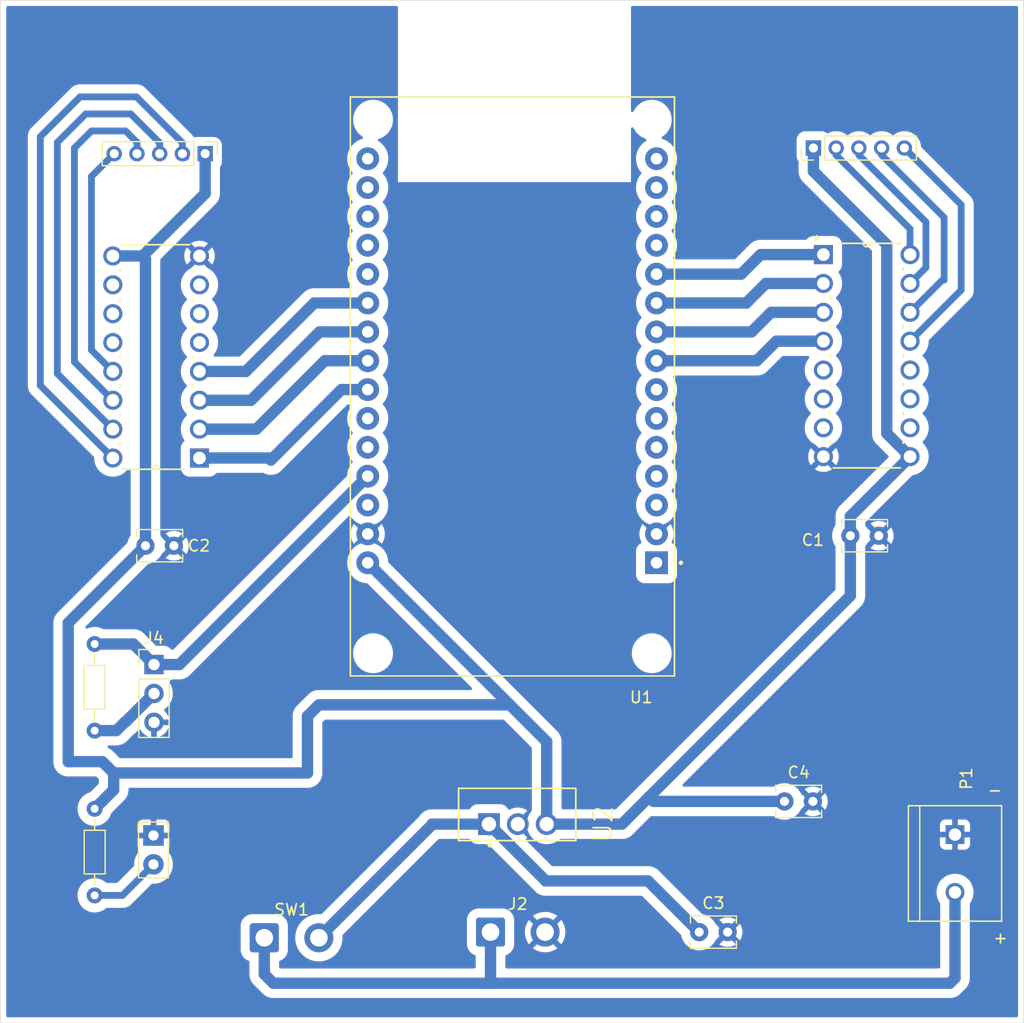
<source format=kicad_pcb>
(kicad_pcb (version 20240108) (generator "pcbnew") (generator_version "8.0")
  (layers (0 "F.Cu" signal) (31 "B.Cu" signal) (34 "B.Paste" user) (35 "F.Paste" user) (36 "B.SilkS" user "B.Silkscreen") (37 "F.SilkS" user "F.Silkscreen") (38 "B.Mask" user) (39 "F.Mask" user) (44 "Edge.Cuts" user))
  (net 0 "")
  (net 1 "GND")
  (net 2 "+5V")
  (net 3 "/D1 in3")
  (net 4 "/D1 in1")
  (net 5 "/D1 in2")
  (net 7 "Net-(D1-OUT2)")
  (net 12 "Net-(D1-OUT3)")
  (net 13 "Net-(D1-OUT4)")
  (net 14 "Net-(D1-OUT1)")
  (net 16 "/D1 in4")
  (net 17 "/D2 in4")
  (net 18 "/D2 in2")
  (net 19 "Net-(D2-OUT4)")
  (net 21 "/D2 in1")
  (net 22 "Net-(D2-OUT3)")
  (net 23 "/D2 in3")
  (net 25 "Net-(D2-OUT2)")
  (net 26 "Net-(D2-OUT1)")
  (net 31 "+12V")
  (net 32 "/sensor")
  (net 47 "Net-(SW1-B)")
  (net 52 "Net-(D3-A)")
  (footprint "Resistor_THT:R_Axial_DIN0204_L3.6mm_D1.6mm_P7.62mm_Horizontal" (layer "F.Cu") (at 108.825406 116.65 -90)
    (property "Reference" "R1" (hide yes))
    (property "Value" "4.3K ohms")
    (fp_line (start 1.89 0.92) (end 5.73 0.92) (stroke (width 0.12)) (layer "F.SilkS"))
    (fp_line (start 5.73 0.92) (end 5.73 -0.92) (stroke (width 0.12)) (layer "F.SilkS"))
    (fp_line (start 0.94 0) (end 1.89 0) (stroke (width 0.12)) (layer "F.SilkS"))
    (fp_line (start 6.68 0) (end 5.73 0) (stroke (width 0.12)) (layer "F.SilkS"))
    (fp_line (start 1.89 -0.92) (end 1.89 0.92) (stroke (width 0.12)) (layer "F.SilkS"))
    (fp_line (start 5.73 -0.92) (end 1.89 -0.92) (stroke (width 0.12)) (layer "F.SilkS"))
    (pad "1" thru_hole circle (at 0 0 270) (size 1.4 1.4) (drill 0.7) (layers "*.Cu" "*.Mask") (net 32 "/sensor"))
    (pad "2" thru_hole oval (at 7.62 0 270) (size 1.4 1.4) (drill 0.7) (layers "*.Cu" "*.Mask") (net 2 "+5V"))
  )
  (footprint "ESP32-DEVKIT-V1:MODULE_ESP32_DEVKIT_V1" (layer "F.Cu") (at 145.545406 93.985 180)
    (property "Reference" "U1" (at -11.355 -27.36 0) (layer "F.SilkS"))
    (property "Value" "ESP32-DEVKIT-V1")
    (fp_line (start 14.23 25.475) (end -14.28 25.475) (stroke (width 0.127)) (layer "F.SilkS"))
    (fp_line (start 14.23 -25.475) (end 14.23 25.475) (stroke (width 0.127)) (layer "F.SilkS"))
    (fp_line (start 14.23 -25.475) (end 14.23 25.475) (stroke (width 0.127)) (layer "F.SilkS"))
    (fp_line (start 8.78 25.475) (end 14.23 25.475) (stroke (width 0.127)) (layer "F.SilkS"))
    (fp_line (start 3.5 -25.475) (end 14.23 -25.475) (stroke (width 0.127)) (layer "F.SilkS"))
    (fp_line (start -3.211 -25.475) (end 3.5 -25.475) (stroke (width 0.127)) (layer "F.SilkS"))
    (fp_line (start -8.91 25.475) (end 8.78 25.475) (stroke (width 0.127)) (layer "F.SilkS"))
    (fp_line (start -14.28 25.475) (end -8.91 25.475) (stroke (width 0.127)) (layer "F.SilkS"))
    (fp_line (start -14.28 25.475) (end -14.28 -25.475) (stroke (width 0.127)) (layer "F.SilkS"))
    (fp_line (start -14.28 25.475) (end -14.28 -25.475) (stroke (width 0.127)) (layer "F.SilkS"))
    (fp_line (start -14.28 -25.475) (end 14.23 -25.475) (stroke (width 0.127)) (layer "F.SilkS"))
    (fp_line (start -14.28 -25.475) (end -3.211 -25.475) (stroke (width 0.127)) (layer "F.SilkS"))
    (fp_circle (center -14.85 -15.515) (end -14.75 -15.515) (stroke (width 0.2)) (fill none) (layer "F.SilkS"))
    (pad "" np_thru_hole circle (at -12.28 -23.475 180) (size 3 3) (drill 3) (layers "*.Cu" "*.Mask"))
    (pad "" np_thru_hole circle (at -12.28 23.475 180) (size 3 3) (drill 3) (layers "*.Cu" "*.Mask"))
    (pad "" np_thru_hole circle (at 12.23 -23.475 180) (size 3 3) (drill 3) (layers "*.Cu" "*.Mask"))
    (pad "" np_thru_hole circle (at 12.23 23.475 180) (size 3 3) (drill 3) (layers "*.Cu" "*.Mask"))
    (pad "1" thru_hole rect (at -12.7 -15.515 180) (size 2 2) (drill 1.02) (layers "*.Cu" "*.Mask"))
    (pad "2" thru_hole circle (at -12.7 -12.975 180) (size 2 2) (drill 1.02) (layers "*.Cu" "*.Mask") (net 1 "GND"))
    (pad "3" thru_hole circle (at -12.7 -10.435 180) (size 2 2) (drill 1.02) (layers "*.Cu" "*.Mask"))
    (pad "4" thru_hole circle (at -12.7 -7.895 180) (size 2 2) (drill 1.02) (layers "*.Cu" "*.Mask"))
    (pad "5" thru_hole circle (at -12.7 -5.355 180) (size 2 2) (drill 1.02) (layers "*.Cu" "*.Mask"))
    (pad "6" thru_hole circle (at -12.7 -2.815 180) (size 2 2) (drill 1.02) (layers "*.Cu" "*.Mask"))
    (pad "7" thru_hole circle (at -12.7 -0.275 180) (size 2 2) (drill 1.02) (layers "*.Cu" "*.Mask"))
    (pad "8" thru_hole circle (at -12.7 2.265 180) (size 2 2) (drill 1.02) (layers "*.Cu" "*.Mask") (net 16 "/D1 in4"))
    (pad "9" thru_hole circle (at -12.7 4.805 180) (size 2 2) (drill 1.02) (layers "*.Cu" "*.Mask") (net 3 "/D1 in3"))
    (pad "10" thru_hole circle (at -12.7 7.345 180) (size 2 2) (drill 1.02) (layers "*.Cu" "*.Mask") (net 5 "/D1 in2"))
    (pad "11" thru_hole circle (at -12.7 9.885 180) (size 2 2) (drill 1.02) (layers "*.Cu" "*.Mask") (net 4 "/D1 in1"))
    (pad "12" thru_hole circle (at -12.7 12.425 180) (size 2 2) (drill 1.02) (layers "*.Cu" "*.Mask"))
    (pad "13" thru_hole circle (at -12.7 14.965 180) (size 2 2) (drill 1.02) (layers "*.Cu" "*.Mask"))
    (pad "14" thru_hole circle (at -12.7 17.505 180) (size 2 2) (drill 1.02) (layers "*.Cu" "*.Mask"))
    (pad "15" thru_hole circle (at -12.7 20.045 180) (size 2 2) (drill 1.02) (layers "*.Cu" "*.Mask"))
    (pad "16" thru_hole circle (at 12.7 20.045 180) (size 2 2) (drill 1.02) (layers "*.Cu" "*.Mask"))
    (pad "17" thru_hole circle (at 12.7 17.505 180) (size 2 2) (drill 1.02) (layers "*.Cu" "*.Mask"))
    (pad "18" thru_hole circle (at 12.7 14.965 180) (size 2 2) (drill 1.02) (layers "*.Cu" "*.Mask"))
    (pad "19" thru_hole circle (at 12.7 12.425 180) (size 2 2) (drill 1.02) (layers "*.Cu" "*.Mask"))
    (pad "20" thru_hole circle (at 12.7 9.885 180) (size 2 2) (drill 1.02) (layers "*.Cu" "*.Mask"))
    (pad "21" thru_hole circle (at 12.7 7.345 180) (size 2 2) (drill 1.02) (layers "*.Cu" "*.Mask") (net 17 "/D2 in4"))
    (pad "22" thru_hole circle (at 12.7 4.805 180) (size 2 2) (drill 1.02) (layers "*.Cu" "*.Mask") (net 23 "/D2 in3"))
    (pad "23" thru_hole circle (at 12.7 2.265 180) (size 2 2) (drill 1.02) (layers "*.Cu" "*.Mask") (net 18 "/D2 in2"))
    (pad "24" thru_hole circle (at 12.7 -0.275 180) (size 2 2) (drill 1.02) (layers "*.Cu" "*.Mask") (net 21 "/D2 in1"))
    (pad "25" thru_hole circle (at 12.7 -2.815 180) (size 2 2) (drill 1.02) (layers "*.Cu" "*.Mask"))
    (pad "26" thru_hole circle (at 12.7 -5.355 180) (size 2 2) (drill 1.02) (layers "*.Cu" "*.Mask"))
    (pad "27" thru_hole circle (at 12.7 -7.895 180) (size 2 2) (drill 1.02) (layers "*.Cu" "*.Mask") (net 32 "/sensor"))
    (pad "28" thru_hole circle (at 12.7 -10.435 180) (size 2 2) (drill 1.02) (layers "*.Cu" "*.Mask"))
    (pad "29" thru_hole circle (at 12.7 -12.975 180) (size 2 2) (drill 1.02) (layers "*.Cu" "*.Mask") (net 1 "GND"))
    (pad "30" thru_hole circle (at 12.7 -15.515 180) (size 2 2) (drill 1.02) (layers "*.Cu" "*.Mask") (net 2 "+5V"))
    (zone (net 0) (net_name "") (layer "B.Cu") (connect_pads (clearance 0)) (min_thickness 0.01)
      (keepout (tracks not_allowed) (vias not_allowed) (pads not_allowed) (copperpour not_allowed) (footprints allowed))
      (fill (thermal_gap 0.508) (thermal_bridge_width 0.508))
      (polygon (pts (xy 154.455406 75) (xy 136.765406 75) (xy 136.765406 68.51) (xy 154.455406 68.51)))
    )
  )
  (footprint "L7805ACV:TO254P460X1020X1945-3P" (layer "F.Cu") (at 146.045406 132.5 90)
    (property "Reference" "U2" (at 0 7.5 90) (layer "F.SilkS") (effects (font (size 1.641433 1.641433))))
    (property "Value" "L7805ACV")
    (fp_line (start 3.15 -5.207) (end 3.15 5.1) (stroke (width 0.1524)) (layer "F.SilkS"))
    (fp_line (start -1.45 -5.207) (end 3.15 -5.207) (stroke (width 0.1524)) (layer "F.SilkS"))
    (fp_line (start 3.15 5.1) (end -1.45 5.1) (stroke (width 0.1524)) (layer "F.SilkS"))
    (fp_line (start -1.45 5.1) (end -1.45 -5.207) (stroke (width 0.1524)) (layer "F.SilkS"))
    (fp_circle (center -1.85 -2.45) (end -1.738197 -2.45) (stroke (width 0.2)) (fill none) (layer "F.SilkS"))
    (pad "1" thru_hole rect (at 0 -2.54 90) (size 1.91 1.91) (drill 1.27) (layers "*.Cu" "*.Mask") (net 47 "Net-(SW1-B)"))
    (pad "2" thru_hole circle (at 0 0 90) (size 1.91 1.91) (drill 1.27) (layers "*.Cu" "*.Mask") (net 1 "GND"))
    (pad "3" thru_hole circle (at 0 2.54 90) (size 1.91 1.91) (drill 1.27) (layers "*.Cu" "*.Mask") (net 2 "+5V"))
  )
  (footprint "Connector_Wire:SolderWire-0.75sqmm_1x02_P4.8mm_D1.25mm_OD2.3mm" (layer "F.Cu") (at 123.745406 142.5)
    (property "Reference" "SW1" (at 2.4 -2.47 0) (layer "F.SilkS"))
    (property "Value" "SW_SPST")
    (pad "1" thru_hole roundrect (at 0 0) (size 2.55 2.55) (drill 1.55) (layers "*.Cu" "*.Mask") (roundrect_rratio 0.098039) (net 31 "+12V"))
    (pad "2" thru_hole circle (at 4.8 0) (size 2.55 2.55) (drill 1.55) (layers "*.Cu" "*.Mask") (net 47 "Net-(SW1-B)"))
  )
  (footprint "Connector_PinHeader_2.00mm:PinHeader_1x05_P2.00mm_Vertical" (layer "F.Cu") (at 172.045406 73 90)
    (property "Reference" "J6" (hide yes))
    (property "Value" "Motorpasoapaso2")
    (fp_line (start -1.06 -1.06) (end 0 -1.06) (stroke (width 0.12)) (layer "F.SilkS"))
    (fp_line (start -1.06 0) (end -1.06 -1.06) (stroke (width 0.12)) (layer "F.SilkS"))
    (fp_line (start 1.06 1) (end 1.06 9.06) (stroke (width 0.12)) (layer "F.SilkS"))
    (fp_line (start -1.06 1) (end 1.06 1) (stroke (width 0.12)) (layer "F.SilkS"))
    (fp_line (start -1.06 1) (end -1.06 9.06) (stroke (width 0.12)) (layer "F.SilkS"))
    (fp_line (start -1.06 9.06) (end 1.06 9.06) (stroke (width 0.12)) (layer "F.SilkS"))
    (pad "1" thru_hole rect (at 0 0 90) (size 1.35 1.35) (drill 0.8) (layers "*.Cu" "*.Mask") (net 2 "+5V"))
    (pad "2" thru_hole oval (at 0 2 90) (size 1.35 1.35) (drill 0.8) (layers "*.Cu" "*.Mask") (net 14 "Net-(D1-OUT1)"))
    (pad "3" thru_hole oval (at 0 4 90) (size 1.35 1.35) (drill 0.8) (layers "*.Cu" "*.Mask") (net 7 "Net-(D1-OUT2)"))
    (pad "4" thru_hole oval (at 0 6 90) (size 1.35 1.35) (drill 0.8) (layers "*.Cu" "*.Mask") (net 12 "Net-(D1-OUT3)"))
    (pad "5" thru_hole oval (at 0 8 90) (size 1.35 1.35) (drill 0.8) (layers "*.Cu" "*.Mask") (net 13 "Net-(D1-OUT4)"))
  )
  (footprint "Capacitor_THT:C_Disc_D3.8mm_W2.6mm_P2.50mm" (layer "F.Cu") (at 162 142)
    (property "Reference" "C3" (at 1.25 -2.55 0) (layer "F.SilkS"))
    (property "Value" "0.33 uF")
    (fp_line (start -0.77 -1.42) (end -0.77 -0.795) (stroke (width 0.12)) (layer "F.SilkS"))
    (fp_line (start -0.77 -1.42) (end 3.27 -1.42) (stroke (width 0.12)) (layer "F.SilkS"))
    (fp_line (start -0.77 0.795) (end -0.77 1.42) (stroke (width 0.12)) (layer "F.SilkS"))
    (fp_line (start -0.77 1.42) (end 3.27 1.42) (stroke (width 0.12)) (layer "F.SilkS"))
    (fp_line (start 3.27 -1.42) (end 3.27 -0.795) (stroke (width 0.12)) (layer "F.SilkS"))
    (fp_line (start 3.27 0.795) (end 3.27 1.42) (stroke (width 0.12)) (layer "F.SilkS"))
    (pad "1" thru_hole circle (at 0 0) (size 1.6 1.6) (drill 0.8) (layers "*.Cu" "*.Mask") (net 47 "Net-(SW1-B)"))
    (pad "2" thru_hole circle (at 2.5 0) (size 1.6 1.6) (drill 0.8) (layers "*.Cu" "*.Mask") (net 1 "GND"))
  )
  (footprint "ULN2003A:DIP254P762X445-16" (layer "F.Cu") (at 110.425406 82.5 180)
    (property "Reference" "D2" (hide yes))
    (property "Value" "ULN2003A")
    (fp_line (start -0.6096 -1.1684) (end -0.6096 -1.3716) (stroke (width 0.1524)) (layer "F.SilkS"))
    (fp_line (start -0.6096 -3.7084) (end -0.6096 -3.9116) (stroke (width 0.1524)) (layer "F.SilkS"))
    (fp_line (start -0.6096 -6.2484) (end -0.6096 -6.4516) (stroke (width 0.1524)) (layer "F.SilkS"))
    (fp_line (start -0.6096 -8.7884) (end -0.6096 -8.9916) (stroke (width 0.1524)) (layer "F.SilkS"))
    (fp_line (start -0.6096 -11.3284) (end -0.6096 -11.5316) (stroke (width 0.1524)) (layer "F.SilkS"))
    (fp_line (start -0.6096 -13.8684) (end -0.6096 -14.0716) (stroke (width 0.1524)) (layer "F.SilkS"))
    (fp_line (start -0.6096 -16.4084) (end -0.6096 -16.6116) (stroke (width 0.1524)) (layer "F.SilkS"))
    (fp_line (start -0.8636 -18.7706) (end -3.5052 -18.7706) (stroke (width 0.1524)) (layer "F.SilkS"))
    (fp_line (start -3.5052 -18.7706) (end -4.1148 -18.7706) (stroke (width 0.1524)) (layer "F.SilkS"))
    (fp_line (start -4.1148 -18.7706) (end -6.2992 -18.7706) (stroke (width 0.1524)) (layer "F.SilkS"))
    (fp_line (start -6.7564 0.9906) (end -0.8636 0.9906) (stroke (width 0.1524)) (layer "F.SilkS"))
    (fp_line (start -7.0104 -1.3716) (end -7.0104 -1.1684) (stroke (width 0.1524)) (layer "F.SilkS"))
    (fp_line (start -7.0104 -3.9116) (end -7.0104 -3.7084) (stroke (width 0.1524)) (layer "F.SilkS"))
    (fp_line (start -7.0104 -6.4516) (end -7.0104 -6.2484) (stroke (width 0.1524)) (layer "F.SilkS"))
    (fp_line (start -7.0104 -8.9916) (end -7.0104 -8.7884) (stroke (width 0.1524)) (layer "F.SilkS"))
    (fp_line (start -7.0104 -11.5316) (end -7.0104 -11.3284) (stroke (width 0.1524)) (layer "F.SilkS"))
    (fp_line (start -7.0104 -14.0716) (end -7.0104 -13.8684) (stroke (width 0.1524)) (layer "F.SilkS"))
    (fp_arc (start -3.5052 -18.7706) (mid -3.81 -18.4658) (end -4.1148 -18.7706) (stroke (width 0.1524)) (layer "F.SilkS"))
    (pad "1" thru_hole rect (at -7.62 -17.78 180) (size 1.6764 1.6764) (drill 1.1176) (layers "*.Cu" "*.Mask") (net 21 "/D2 in1"))
    (pad "2" thru_hole circle (at -7.62 -15.24 180) (size 1.6764 1.6764) (drill 1.1176) (layers "*.Cu" "*.Mask") (net 18 "/D2 in2"))
    (pad "3" thru_hole circle (at -7.62 -12.7 180) (size 1.6764 1.6764) (drill 1.1176) (layers "*.Cu" "*.Mask") (net 23 "/D2 in3"))
    (pad "4" thru_hole circle (at -7.62 -10.16 180) (size 1.6764 1.6764) (drill 1.1176) (layers "*.Cu" "*.Mask") (net 17 "/D2 in4"))
    (pad "5" thru_hole circle (at -7.62 -7.62 180) (size 1.6764 1.6764) (drill 1.1176) (layers "*.Cu" "*.Mask"))
    (pad "6" thru_hole circle (at -7.62 -5.08 180) (size 1.6764 1.6764) (drill 1.1176) (layers "*.Cu" "*.Mask"))
    (pad "7" thru_hole circle (at -7.62 -2.54 180) (size 1.6764 1.6764) (drill 1.1176) (layers "*.Cu" "*.Mask"))
    (pad "8" thru_hole circle (at -7.62 0 180) (size 1.6764 1.6764) (drill 1.1176) (layers "*.Cu" "*.Mask") (net 1 "GND"))
    (pad "9" thru_hole circle (at 0 0 180) (size 1.6764 1.6764) (drill 1.1176) (layers "*.Cu" "*.Mask") (net 2 "+5V"))
    (pad "10" thru_hole circle (at 0 -2.54 180) (size 1.6764 1.6764) (drill 1.1176) (layers "*.Cu" "*.Mask"))
    (pad "11" thru_hole circle (at 0 -5.08 180) (size 1.6764 1.6764) (drill 1.1176) (layers "*.Cu" "*.Mask"))
    (pad "12" thru_hole circle (at 0 -7.62 180) (size 1.6764 1.6764) (drill 1.1176) (layers "*.Cu" "*.Mask"))
    (pad "13" thru_hole circle (at 0 -10.16 180) (size 1.6764 1.6764) (drill 1.1176) (layers "*.Cu" "*.Mask") (net 19 "Net-(D2-OUT4)"))
    (pad "14" thru_hole circle (at 0 -12.7 180) (size 1.6764 1.6764) (drill 1.1176) (layers "*.Cu" "*.Mask") (net 22 "Net-(D2-OUT3)"))
    (pad "15" thru_hole circle (at 0 -15.24 180) (size 1.6764 1.6764) (drill 1.1176) (layers "*.Cu" "*.Mask") (net 25 "Net-(D2-OUT2)"))
    (pad "16" thru_hole circle (at 0 -17.78 180) (size 1.6764 1.6764) (drill 1.1176) (layers "*.Cu" "*.Mask") (net 26 "Net-(D2-OUT1)"))
  )
  (footprint "Resistor_THT:R_Axial_DIN0204_L3.6mm_D1.6mm_P7.62mm_Horizontal" (layer "F.Cu") (at 108.825406 138.77 90)
    (property "Reference" "R2" (hide yes))
    (property "Value" "520 ohms")
    (fp_line (start 5.73 -0.92) (end 1.89 -0.92) (stroke (width 0.12)) (layer "F.SilkS"))
    (fp_line (start 1.89 -0.92) (end 1.89 0.92) (stroke (width 0.12)) (layer "F.SilkS"))
    (fp_line (start 6.68 0) (end 5.73 0) (stroke (width 0.12)) (layer "F.SilkS"))
    (fp_line (start 0.94 0) (end 1.89 0) (stroke (width 0.12)) (layer "F.SilkS"))
    (fp_line (start 5.73 0.92) (end 5.73 -0.92) (stroke (width 0.12)) (layer "F.SilkS"))
    (fp_line (start 1.89 0.92) (end 5.73 0.92) (stroke (width 0.12)) (layer "F.SilkS"))
    (pad "1" thru_hole circle (at 0 0 90) (size 1.4 1.4) (drill 0.7) (layers "*.Cu" "*.Mask") (net 52 "Net-(D3-A)"))
    (pad "2" thru_hole oval (at 7.62 0 90) (size 1.4 1.4) (drill 0.7) (layers "*.Cu" "*.Mask") (net 2 "+5V"))
  )
  (footprint "ULN2003A:DIP254P762X445-16" (layer "F.Cu") (at 180.545406 100.16)
    (property "Reference" "D1" (hide yes))
    (property "Value" "ULN2003A")
    (fp_line (start -7.0104 -14.0716) (end -7.0104 -13.8684) (stroke (width 0.1524)) (layer "F.SilkS"))
    (fp_line (start -7.0104 -11.5316) (end -7.0104 -11.3284) (stroke (width 0.1524)) (layer "F.SilkS"))
    (fp_line (start -7.0104 -8.9916) (end -7.0104 -8.7884) (stroke (width 0.1524)) (layer "F.SilkS"))
    (fp_line (start -7.0104 -6.4516) (end -7.0104 -6.2484) (stroke (width 0.1524)) (layer "F.SilkS"))
    (fp_line (start -7.0104 -3.9116) (end -7.0104 -3.7084) (stroke (width 0.1524)) (layer "F.SilkS"))
    (fp_line (start -7.0104 -1.3716) (end -7.0104 -1.1684) (stroke (width 0.1524)) (layer "F.SilkS"))
    (fp_line (start -6.7564 0.9906) (end -0.8636 0.9906) (stroke (width 0.1524)) (layer "F.SilkS"))
    (fp_line (start -4.1148 -18.7706) (end -6.2992 -18.7706) (stroke (width 0.1524)) (layer "F.SilkS"))
    (fp_line (start -3.5052 -18.7706) (end -4.1148 -18.7706) (stroke (width 0.1524)) (layer "F.SilkS"))
    (fp_line (start -0.8636 -18.7706) (end -3.5052 -18.7706) (stroke (width 0.1524)) (layer "F.SilkS"))
    (fp_line (start -0.6096 -16.4084) (end -0.6096 -16.6116) (stroke (width 0.1524)) (layer "F.SilkS"))
    (fp_line (start -0.6096 -13.8684) (end -0.6096 -14.0716) (stroke (width 0.1524)) (layer "F.SilkS"))
    (fp_line (start -0.6096 -11.3284) (end -0.6096 -11.5316) (stroke (width 0.1524)) (layer "F.SilkS"))
    (fp_line (start -0.6096 -8.7884) (end -0.6096 -8.9916) (stroke (width 0.1524)) (layer "F.SilkS"))
    (fp_line (start -0.6096 -6.2484) (end -0.6096 -6.4516) (stroke (width 0.1524)) (layer "F.SilkS"))
    (fp_line (start -0.6096 -3.7084) (end -0.6096 -3.9116) (stroke (width 0.1524)) (layer "F.SilkS"))
    (fp_line (start -0.6096 -1.1684) (end -0.6096 -1.3716) (stroke (width 0.1524)) (layer "F.SilkS"))
    (fp_arc (start -3.5052 -18.7706) (mid -3.81 -18.4658) (end -4.1148 -18.7706) (stroke (width 0.1524)) (layer "F.SilkS"))
    (fp_text user "*" (at -8.2042 -18.8976 0) (layer "F.SilkS"))
    (pad "1" thru_hole rect (at -7.62 -17.78) (size 1.6764 1.6764) (drill 1.1176) (layers "*.Cu" "*.Mask") (net 4 "/D1 in1"))
    (pad "2" thru_hole circle (at -7.62 -15.24) (size 1.6764 1.6764) (drill 1.1176) (layers "*.Cu" "*.Mask") (net 5 "/D1 in2"))
    (pad "3" thru_hole circle (at -7.62 -12.7) (size 1.6764 1.6764) (drill 1.1176) (layers "*.Cu" "*.Mask") (net 3 "/D1 in3"))
    (pad "4" thru_hole circle (at -7.62 -10.16) (size 1.6764 1.6764) (drill 1.1176) (layers "*.Cu" "*.Mask") (net 16 "/D1 in4"))
    (pad "5" thru_hole circle (at -7.62 -7.62) (size 1.6764 1.6764) (drill 1.1176) (layers "*.Cu" "*.Mask"))
    (pad "6" thru_hole circle (at -7.62 -5.08) (size 1.6764 1.6764) (drill 1.1176) (layers "*.Cu" "*.Mask"))
    (pad "7" thru_hole circle (at -7.62 -2.54) (size 1.6764 1.6764) (drill 1.1176) (layers "*.Cu" "*.Mask"))
    (pad "8" thru_hole circle (at -7.62 0) (size 1.6764 1.6764) (drill 1.1176) (layers "*.Cu" "*.Mask") (net 1 "GND"))
    (pad "9" thru_hole circle (at 0 0) (size 1.6764 1.6764) (drill 1.1176) (layers "*.Cu" "*.Mask") (net 2 "+5V"))
    (pad "10" thru_hole circle (at 0 -2.54) (size 1.6764 1.6764) (drill 1.1176) (layers "*.Cu" "*.Mask"))
    (pad "11" thru_hole circle (at 0 -5.08) (size 1.6764 1.6764) (drill 1.1176) (layers "*.Cu" "*.Mask"))
    (pad "12" thru_hole circle (at 0 -7.62) (size 1.6764 1.6764) (drill 1.1176) (layers "*.Cu" "*.Mask"))
    (pad "13" thru_hole circle (at 0 -10.16) (size 1.6764 1.6764) (drill 1.1176) (layers "*.Cu" "*.Mask") (net 13 "Net-(D1-OUT4)"))
    (pad "14" thru_hole circle (at 0 -12.7) (size 1.6764 1.6764) (drill 1.1176) (layers "*.Cu" "*.Mask") (net 12 "Net-(D1-OUT3)"))
    (pad "15" thru_hole circle (at 0 -15.24) (size 1.6764 1.6764) (drill 1.1176) (layers "*.Cu" "*.Mask") (net 7 "Net-(D1-OUT2)"))
    (pad "16" thru_hole circle (at 0 -17.78) (size 1.6764 1.6764) (drill 1.1176) (layers "*.Cu" "*.Mask") (net 14 "Net-(D1-OUT1)"))
  )
  (footprint "Capacitor_THT:C_Disc_D3.8mm_W2.6mm_P2.50mm" (layer "F.Cu") (at 113.295406 108)
    (property "Reference" "C2" (at 4.704594 0 0) (layer "F.SilkS"))
    (property "Value" "100nF")
    (fp_line (start -0.77 -1.42) (end -0.77 -0.795) (stroke (width 0.12)) (layer "F.SilkS"))
    (fp_line (start -0.77 -1.42) (end 3.27 -1.42) (stroke (width 0.12)) (layer "F.SilkS"))
    (fp_line (start -0.77 0.795) (end -0.77 1.42) (stroke (width 0.12)) (layer "F.SilkS"))
    (fp_line (start -0.77 1.42) (end 3.27 1.42) (stroke (width 0.12)) (layer "F.SilkS"))
    (fp_line (start 3.27 -1.42) (end 3.27 -0.795) (stroke (width 0.12)) (layer "F.SilkS"))
    (fp_line (start 3.27 0.795) (end 3.27 1.42) (stroke (width 0.12)) (layer "F.SilkS"))
    (pad "1" thru_hole circle (at 0 0) (size 1.6 1.6) (drill 0.8) (layers "*.Cu" "*.Mask") (net 2 "+5V"))
    (pad "2" thru_hole circle (at 2.5 0) (size 1.6 1.6) (drill 0.8) (layers "*.Cu" "*.Mask") (net 1 "GND"))
  )
  (footprint "Capacitor_THT:C_Disc_D3.8mm_W2.6mm_P2.50mm" (layer "F.Cu") (at 175.295406 107.12)
    (property "Reference" "C1" (at -3.295406 0.38 0) (layer "F.SilkS"))
    (property "Value" "100nF")
    (fp_line (start -0.77 -1.42) (end -0.77 -0.795) (stroke (width 0.12)) (layer "F.SilkS"))
    (fp_line (start -0.77 -1.42) (end 3.27 -1.42) (stroke (width 0.12)) (layer "F.SilkS"))
    (fp_line (start -0.77 0.795) (end -0.77 1.42) (stroke (width 0.12)) (layer "F.SilkS"))
    (fp_line (start -0.77 1.42) (end 3.27 1.42) (stroke (width 0.12)) (layer "F.SilkS"))
    (fp_line (start 3.27 -1.42) (end 3.27 -0.795) (stroke (width 0.12)) (layer "F.SilkS"))
    (fp_line (start 3.27 0.795) (end 3.27 1.42) (stroke (width 0.12)) (layer "F.SilkS"))
    (pad "1" thru_hole circle (at 0 0) (size 1.6 1.6) (drill 0.8) (layers "*.Cu" "*.Mask") (net 2 "+5V"))
    (pad "2" thru_hole circle (at 2.5 0) (size 1.6 1.6) (drill 0.8) (layers "*.Cu" "*.Mask") (net 1 "GND"))
  )
  (footprint "LED_THT:LED_D2.0mm_W4.8mm_H2.5mm_FlatTop" (layer "F.Cu") (at 114 133.5 -90)
    (property "Reference" "D3" (hide yes))
    (property "Value" "LED")
    (fp_line (start -1.19 1.31) (end 3.73 1.31) (stroke (width 0.12)) (layer "F.SilkS"))
    (fp_line (start -1.07 1.08) (end -1.07 1.31) (stroke (width 0.12)) (layer "F.SilkS"))
    (fp_line (start -0.95 1.08) (end -0.95 1.31) (stroke (width 0.12)) (layer "F.SilkS"))
    (fp_line (start -1.19 -1.31) (end -1.19 1.31) (stroke (width 0.12)) (layer "F.SilkS"))
    (fp_line (start -1.19 -1.31) (end 3.73 -1.31) (stroke (width 0.12)) (layer "F.SilkS"))
    (fp_line (start -1.07 -1.31) (end -1.07 -1.08) (stroke (width 0.12)) (layer "F.SilkS"))
    (fp_line (start -0.95 -1.31) (end -0.95 -1.08) (stroke (width 0.12)) (layer "F.SilkS"))
    (fp_line (start 3.73 -1.31) (end 3.73 1.31) (stroke (width 0.12)) (layer "F.SilkS"))
    (pad "1" thru_hole rect (at 0 0 270) (size 1.8 1.8) (drill 0.9) (layers "*.Cu" "*.Mask") (net 1 "GND"))
    (pad "2" thru_hole circle (at 2.54 0 270) (size 1.8 1.8) (drill 0.9) (layers "*.Cu" "*.Mask") (net 52 "Net-(D3-A)"))
  )
  (footprint "Connector_Wire:SolderWire-0.75sqmm_1x02_P4.8mm_D1.25mm_OD2.3mm" (layer "F.Cu") (at 143.645406 142)
    (property "Reference" "J2" (at 2.4 -2.47 0) (layer "F.SilkS"))
    (property "Value" "calentador")
    (pad "1" thru_hole roundrect (at 0 0) (size 2.55 2.55) (drill 1.55) (layers "*.Cu" "*.Mask") (roundrect_rratio 0.098039) (net 31 "+12V"))
    (pad "2" thru_hole circle (at 4.8 0) (size 2.55 2.55) (drill 1.55) (layers "*.Cu" "*.Mask") (net 1 "GND"))
  )
  (footprint "Molex 2 pines:TE_282837-2" (layer "F.Cu") (at 184.5 135.96 -90)
    (property "Reference" "P1" (at -7.46 -1 90) (layer "F.SilkS") (effects (font (size 1.002039 1.002039))))
    (property "Value" "282837-2")
    (fp_line (start -5.08 4.1) (end -5.08 3.1) (stroke (width 0.127)) (layer "F.SilkS"))
    (fp_line (start 5.08 4.1) (end -5.08 4.1) (stroke (width 0.127)) (layer "F.SilkS"))
    (fp_line (start -5.08 3.1) (end 5.08 3.1) (stroke (width 0.127)) (layer "F.SilkS"))
    (fp_line (start -5.08 3.1) (end -5.08 -4.1) (stroke (width 0.127)) (layer "F.SilkS"))
    (fp_line (start 5.08 3.1) (end 5.08 4.1) (stroke (width 0.127)) (layer "F.SilkS"))
    (fp_line (start -5.08 -4.1) (end 5.08 -4.1) (stroke (width 0.127)) (layer "F.SilkS"))
    (fp_line (start 5.08 -4.1) (end 5.08 3.1) (stroke (width 0.127)) (layer "F.SilkS"))
    (pad "1" thru_hole rect (at -2.54 0 270) (size 1.65 1.65) (drill 1.1) (layers "*.Cu" "*.Mask") (net 1 "GND"))
    (pad "2" thru_hole circle (at 2.54 0 270) (size 1.65 1.65) (drill 1.1) (layers "*.Cu" "*.Mask") (net 31 "+12V"))
  )
  (footprint "Connector_PinHeader_2.54mm:PinHeader_1x03_P2.54mm_Vertical" (layer "F.Cu") (at 114.045406 118.46)
    (property "Reference" "J4" (at 0 -2.33 0) (layer "F.SilkS"))
    (property "Value" "ds18n20")
    (fp_line (start -1.33 -1.33) (end 0 -1.33) (stroke (width 0.12)) (layer "F.SilkS"))
    (fp_line (start -1.33 0) (end -1.33 -1.33) (stroke (width 0.12)) (layer "F.SilkS"))
    (fp_line (start -1.33 1.27) (end -1.33 6.41) (stroke (width 0.12)) (layer "F.SilkS"))
    (fp_line (start -1.33 1.27) (end 1.33 1.27) (stroke (width 0.12)) (layer "F.SilkS"))
    (fp_line (start -1.33 6.41) (end 1.33 6.41) (stroke (width 0.12)) (layer "F.SilkS"))
    (fp_line (start 1.33 1.27) (end 1.33 6.41) (stroke (width 0.12)) (layer "F.SilkS"))
    (pad "1" thru_hole rect (at 0 0) (size 1.7 1.7) (drill 1) (layers "*.Cu" "*.Mask") (net 32 "/sensor"))
    (pad "2" thru_hole oval (at 0 2.54) (size 1.7 1.7) (drill 1) (layers "*.Cu" "*.Mask") (net 2 "+5V"))
    (pad "3" thru_hole oval (at 0 5.08) (size 1.7 1.7) (drill 1) (layers "*.Cu" "*.Mask") (net 1 "GND"))
  )
  (footprint "Connector_PinHeader_2.00mm:PinHeader_1x05_P2.00mm_Vertical" (layer "F.Cu") (at 118.545406 73.5 -90)
    (property "Reference" "J5" (hide yes))
    (property "Value" "Motorpasoapaso2")
    (fp_line (start -1.06 9.06) (end 1.06 9.06) (stroke (width 0.12)) (layer "F.SilkS"))
    (fp_line (start -1.06 1) (end -1.06 9.06) (stroke (width 0.12)) (layer "F.SilkS"))
    (fp_line (start -1.06 1) (end 1.06 1) (stroke (width 0.12)) (layer "F.SilkS"))
    (fp_line (start 1.06 1) (end 1.06 9.06) (stroke (width 0.12)) (layer "F.SilkS"))
    (fp_line (start -1.06 0) (end -1.06 -1.06) (stroke (width 0.12)) (layer "F.SilkS"))
    (fp_line (start -1.06 -1.06) (end 0 -1.06) (stroke (width 0.12)) (layer "F.SilkS"))
    (pad "1" thru_hole rect (at 0 0 270) (size 1.35 1.35) (drill 0.8) (layers "*.Cu" "*.Mask") (net 2 "+5V"))
    (pad "2" thru_hole oval (at 0 2 270) (size 1.35 1.35) (drill 0.8) (layers "*.Cu" "*.Mask") (net 26 "Net-(D2-OUT1)"))
    (pad "3" thru_hole oval (at 0 4 270) (size 1.35 1.35) (drill 0.8) (layers "*.Cu" "*.Mask") (net 25 "Net-(D2-OUT2)"))
    (pad "4" thru_hole oval (at 0 6 270) (size 1.35 1.35) (drill 0.8) (layers "*.Cu" "*.Mask") (net 22 "Net-(D2-OUT3)"))
    (pad "5" thru_hole oval (at 0 8 270) (size 1.35 1.35) (drill 0.8) (layers "*.Cu" "*.Mask") (net 19 "Net-(D2-OUT4)"))
  )
  (footprint "Capacitor_THT:C_Disc_D3.8mm_W2.6mm_P2.50mm" (layer "F.Cu") (at 169.5 130.5)
    (property "Reference" "C4" (at 1.25 -2.55 0) (layer "F.SilkS"))
    (property "Value" "0.1 uF")
    (fp_line (start -0.77 -1.42) (end -0.77 -0.795) (stroke (width 0.12)) (layer "F.SilkS"))
    (fp_line (start -0.77 -1.42) (end 3.27 -1.42) (stroke (width 0.12)) (layer "F.SilkS"))
    (fp_line (start -0.77 0.795) (end -0.77 1.42) (stroke (width 0.12)) (layer "F.SilkS"))
    (fp_line (start -0.77 1.42) (end 3.27 1.42) (stroke (width 0.12)) (layer "F.SilkS"))
    (fp_line (start 3.27 -1.42) (end 3.27 -0.795) (stroke (width 0.12)) (layer "F.SilkS"))
    (fp_line (start 3.27 0.795) (end 3.27 1.42) (stroke (width 0.12)) (layer "F.SilkS"))
    (pad "1" thru_hole circle (at 0 0) (size 1.6 1.6) (drill 0.8) (layers "*.Cu" "*.Mask") (net 2 "+5V"))
    (pad "2" thru_hole circle (at 2.5 0) (size 1.6 1.6) (drill 0.8) (layers "*.Cu" "*.Mask") (net 1 "GND"))
  )
  (gr_rect (start 100.545406 60) (end 190.545406 150) (stroke (width 0.05)) (fill none) (layer "Edge.Cuts"))
  (gr_text "-\n" (at 188 129.5 0) (layer "F.SilkS") (effects (font (size 1 1))))
  (gr_text "+\n" (at 188.5 142.5 0) (layer "F.SilkS") (effects (font (size 1 1))))
  (segment (start 113.295406 108) (end 113.295406 82.75) (width 1) (layer "B.Cu") (net 2))
  (segment (start 106.5 127) (end 109.499139 127) (width 1) (layer "B.Cu") (net 2))
  (segment (start 110.499139 128) (end 110.499139 129.476267) (width 1) (layer "B.Cu") (net 2))
  (segment (start 175.295406 112.41) (end 157.602703 130.102703) (width 1) (layer "B.Cu") (net 2))
  (segment (start 110.499139 128) (end 127.545406 128) (width 1) (layer "B.Cu") (net 2))
  (segment (start 111.5 123.5) (end 110.73 124.27) (width 1) (layer "B.Cu") (net 2))
  (segment (start 128.545406 122) (end 145.345406 122) (width 1) (layer "B.Cu") (net 2))
  (segment (start 110.73 124.27) (end 108.825406 124.27) (width 1) (layer "B.Cu") (net 2))
  (segment (start 106.5 114.795406) (end 106.5 127) (width 1) (layer "B.Cu") (net 2))
  (segment (start 114.045406 121) (end 111.545406 123.5) (width 1) (layer "B.Cu") (net 2))
  (segment (start 175.295406 105.41) (end 180.545406 100.16) (width 1) (layer "B.Cu") (net 2))
  (segment (start 113.295406 82.75) (end 113.045406 82.5) (width 1) (layer "B.Cu") (net 2))
  (segment (start 132.845406 109.5) (end 145.422703 122.077297) (width 1) (layer "B.Cu") (net 2))
  (segment (start 172.045406 73) (end 172.045406 75.045406) (width 1) (layer "B.Cu") (net 2))
  (segment (start 113.295406 108) (end 106.5 114.795406) (width 1) (layer "B.Cu") (net 2))
  (segment (start 118.545406 77) (end 118.545406 73.5) (width 1) (layer "B.Cu") (net 2))
  (segment (start 175.295406 107.12) (end 175.295406 105.41) (width 1) (layer "B.Cu") (net 2))
  (segment (start 155.205406 132.5) (end 148.585406 132.5) (width 1) (layer "B.Cu") (net 2))
  (segment (start 110.499139 129.476267) (end 108.825406 131.15) (width 1) (layer "B.Cu") (net 2))
  (segment (start 145.345406 122) (end 145.422703 122.077297) (width 1) (layer "B.Cu") (net 2))
  (segment (start 110.425406 82.5) (end 113.045406 82.5) (width 1) (layer "B.Cu") (net 2))
  (segment (start 169.5 130.5) (end 158 130.5) (width 1) (layer "B.Cu") (net 2))
  (segment (start 172.045406 75.045406) (end 178.5 81.5) (width 1) (layer "B.Cu") (net 2))
  (segment (start 175.295406 112.41) (end 175.295406 107.12) (width 1) (layer "B.Cu") (net 2))
  (segment (start 157.602703 130.102703) (end 155.205406 132.5) (width 1) (layer "B.Cu") (net 2))
  (segment (start 145.422703 122.077297) (end 148.585406 125.24) (width 1) (layer "B.Cu") (net 2))
  (segment (start 178.5 81.5) (end 178.5 98.114594) (width 1) (layer "B.Cu") (net 2))
  (segment (start 109.499139 127) (end 110.499139 128) (width 1) (layer "B.Cu") (net 2))
  (segment (start 111.545406 123.5) (end 111.5 123.5) (width 1) (layer "B.Cu") (net 2))
  (segment (start 148.585406 125.24) (end 148.585406 132.5) (width 1) (layer "B.Cu") (net 2))
  (segment (start 113.045406 82.5) (end 118.545406 77) (width 1) (layer "B.Cu") (net 2))
  (segment (start 127.545406 128) (end 127.545406 123) (width 1) (layer "B.Cu") (net 2))
  (segment (start 127.545406 123) (end 128.545406 122) (width 1) (layer "B.Cu") (net 2))
  (segment (start 178.5 98.114594) (end 180.545406 100.16) (width 1) (layer "B.Cu") (net 2))
  (segment (start 158 130.5) (end 157.602703 130.102703) (width 1) (layer "B.Cu") (net 2))
  (segment (start 158.245406 89.18) (end 166.605406 89.18) (width 1) (layer "B.Cu") (net 3))
  (segment (start 168.325406 87.46) (end 172.925406 87.46) (width 1) (layer "B.Cu") (net 3))
  (segment (start 166.605406 89.18) (end 168.325406 87.46) (width 1) (layer "B.Cu") (net 3))
  (segment (start 158.245406 84.1) (end 165.685406 84.1) (width 1) (layer "B.Cu") (net 4))
  (segment (start 167.405406 82.38) (end 172.925406 82.38) (width 1) (layer "B.Cu") (net 4))
  (segment (start 165.685406 84.1) (end 167.405406 82.38) (width 1) (layer "B.Cu") (net 4))
  (segment (start 158.245406 86.64) (end 166.145406 86.64) (width 1) (layer "B.Cu") (net 5))
  (segment (start 167.865406 84.92) (end 172.925406 84.92) (width 1) (layer "B.Cu") (net 5))
  (segment (start 166.145406 86.64) (end 167.865406 84.92) (width 1) (layer "B.Cu") (net 5))
  (segment (start 181.937606 79.5122) (end 181.937606 83.5278) (width 0.6) (layer "B.Cu") (net 7))
  (segment (start 181.937606 83.5278) (end 180.545406 84.92) (width 0.6) (layer "B.Cu") (net 7))
  (segment (start 176.045406 73) (end 176.045406 73.62) (width 0.6) (layer "B.Cu") (net 7))
  (segment (start 176.045406 73.62) (end 181.937606 79.5122) (width 0.6) (layer "B.Cu") (net 7))
  (segment (start 183.385406 84.62) (end 180.545406 87.46) (width 0.6) (layer "B.Cu") (net 12))
  (segment (start 178.045406 73.62) (end 183.545406 79.12) (width 0.6) (layer "B.Cu") (net 12))
  (segment (start 183.545406 84.62) (end 183.385406 84.62) (width 0.6) (layer "B.Cu") (net 12))
  (segment (start 183.545406 79.12) (end 183.545406 84.62) (width 0.6) (layer "B.Cu") (net 12))
  (segment (start 178.045406 73) (end 178.045406 73.62) (width 0.6) (layer "B.Cu") (net 12))
  (segment (start 180.045406 73) (end 185.045406 78) (width 0.6) (layer "B.Cu") (net 13))
  (segment (start 185.045406 85.5) (end 180.545406 90) (width 0.6) (layer "B.Cu") (net 13))
  (segment (start 185.045406 78) (end 185.045406 85.5) (width 0.6) (layer "B.Cu") (net 13))
  (segment (start 174.045406 73.62) (end 180.545406 80.12) (width 0.6) (layer "B.Cu") (net 14))
  (segment (start 180.545406 80.12) (end 180.545406 82.38) (width 0.6) (layer "B.Cu") (net 14))
  (segment (start 174.045406 73) (end 174.045406 73.62) (width 0.6) (layer "B.Cu") (net 14))
  (segment (start 168.785406 90) (end 172.925406 90) (width 1) (layer "B.Cu") (net 16))
  (segment (start 158.245406 91.72) (end 167.065406 91.72) (width 1) (layer "B.Cu") (net 16))
  (segment (start 167.065406 91.72) (end 168.785406 90) (width 1) (layer "B.Cu") (net 16))
  (segment (start 128.145406 86.64) (end 132.845406 86.64) (width 1) (layer "B.Cu") (net 17))
  (segment (start 118.045406 92.66) (end 122.125406 92.66) (width 1) (layer "B.Cu") (net 17))
  (segment (start 122.125406 92.66) (end 128.145406 86.64) (width 1) (layer "B.Cu") (net 17))
  (segment (start 118.045406 97.74) (end 123.045406 97.74) (width 1) (layer "B.Cu") (net 18))
  (segment (start 132.845406 91.72) (end 129.065406 91.72) (width 1) (layer "B.Cu") (net 18))
  (segment (start 129.065406 91.72) (end 123.045406 97.74) (width 1) (layer "B.Cu") (net 18))
  (segment (start 108.545406 75.5) (end 108.545406 90.78) (width 0.6) (layer "B.Cu") (net 19))
  (segment (start 108.545406 90.78) (end 110.425406 92.66) (width 0.6) (layer "B.Cu") (net 19))
  (segment (start 110.545406 73.5) (end 108.545406 75.5) (width 0.6) (layer "B.Cu") (net 19))
  (segment (start 124.325406 100.46) (end 130.525406 94.26) (width 1) (layer "B.Cu") (net 21))
  (segment (start 124.145406 100.28) (end 124.325406 100.46) (width 1) (layer "B.Cu") (net 21))
  (segment (start 130.525406 94.26) (end 132.845406 94.26) (width 1) (layer "B.Cu") (net 21))
  (segment (start 118.045406 100.28) (end 124.145406 100.28) (width 1) (layer "B.Cu") (net 21))
  (segment (start 107.045406 91.82) (end 110.425406 95.2) (width 0.6) (layer "B.Cu") (net 22))
  (segment (start 108.545406 71.5) (end 107.045406 73) (width 0.6) (layer "B.Cu") (net 22))
  (segment (start 112.545406 72.5) (end 111.545406 71.5) (width 0.6) (layer "B.Cu") (net 22))
  (segment (start 112.545406 73.5) (end 112.545406 72.5) (width 0.6) (layer "B.Cu") (net 22))
  (segment (start 107.045406 73) (end 107.045406 91.82) (width 0.6) (layer "B.Cu") (net 22))
  (segment (start 111.545406 71.5) (end 108.545406 71.5) (width 0.6) (layer "B.Cu") (net 22))
  (segment (start 122.585406 95.2) (end 128.605406 89.18) (width 1) (layer "B.Cu") (net 23))
  (segment (start 118.045406 95.2) (end 122.585406 95.2) (width 1) (layer "B.Cu") (net 23))
  (segment (start 128.605406 89.18) (end 132.845406 89.18) (width 1) (layer "B.Cu") (net 23))
  (segment (start 114.545406 73.5) (end 114.545406 72.545406) (width 0.6) (layer "B.Cu") (net 25))
  (segment (start 114.545406 72.545406) (end 112 70) (width 0.6) (layer "B.Cu") (net 25))
  (segment (start 112 70) (end 108.045406 70) (width 0.6) (layer "B.Cu") (net 25))
  (segment (start 108.045406 70) (end 105.545406 72.5) (width 0.6) (layer "B.Cu") (net 25))
  (segment (start 105.545406 72.5) (end 105.545406 92.86) (width 0.6) (layer "B.Cu") (net 25))
  (segment (start 105.545406 92.86) (end 110.425406 97.74) (width 0.6) (layer "B.Cu") (net 25))
  (segment (start 116.855406 73.81) (end 116.545406 73.5) (width 0.6) (layer "B.Cu") (net 26))
  (segment (start 110.425406 100.28) (end 104.045406 93.9) (width 0.6) (layer "B.Cu") (net 26))
  (segment (start 104.045406 93.9) (end 104.045406 72) (width 0.6) (layer "B.Cu") (net 26))
  (segment (start 112.5 68.5) (end 116.545406 72.545406) (width 0.6) (layer "B.Cu") (net 26))
  (segment (start 107.545406 68.5) (end 112.5 68.5) (width 0.6) (layer "B.Cu") (net 26))
  (segment (start 104.045406 72) (end 107.545406 68.5) (width 0.6) (layer "B.Cu") (net 26))
  (segment (start 116.545406 72.545406) (end 116.545406 73.5) (width 0.6) (layer "B.Cu") (net 26))
  (segment (start 143.645406 142) (end 143.645406 146.354594) (width 1) (layer "B.Cu") (net 31))
  (segment (start 184.045406 146.5) (end 143.5 146.5) (width 1) (layer "B.Cu") (net 31))
  (segment (start 184.5 146.045406) (end 184.045406 146.5) (width 1) (layer "B.Cu") (net 31))
  (segment (start 143.5 146.5) (end 124.545406 146.5) (width 1) (layer "B.Cu") (net 31))
  (segment (start 184.5 138.5) (end 184.5 146.045406) (width 1) (layer "B.Cu") (net 31))
  (segment (start 123.745406 145.7) (end 123.745406 142.5) (width 1) (layer "B.Cu") (net 31))
  (segment (start 143.645406 146.354594) (end 143.5 146.5) (width 1) (layer "B.Cu") (net 31))
  (segment (start 124.545406 146.5) (end 123.745406 145.7) (width 1) (layer "B.Cu") (net 31))
  (segment (start 132.845406 101.88) (end 116.265406 118.46) (width 1) (layer "B.Cu") (net 32))
  (segment (start 108.825406 116.65) (end 112.235406 116.65) (width 1) (layer "B.Cu") (net 32))
  (segment (start 112.235406 116.65) (end 114.045406 118.46) (width 1) (layer "B.Cu") (net 32))
  (segment (start 116.265406 118.46) (end 114.045406 118.46) (width 1) (layer "B.Cu") (net 32))
  (segment (start 128.545406 142.5) (end 138.5 132.545406) (width 1) (layer "B.Cu") (net 47))
  (segment (start 138.5 132.545406) (end 138.5 132.5) (width 1) (layer "B.Cu") (net 47))
  (segment (start 157.5 137.5) (end 148.5 137.5) (width 1) (layer "B.Cu") (net 47))
  (segment (start 138.5 132.5) (end 143.505406 132.5) (width 1) (layer "B.Cu") (net 47))
  (segment (start 143.505406 133.005406) (end 143.505406 132.5) (width 1) (layer "B.Cu") (net 47))
  (segment (start 148.5 137.5) (end 148.5 137.494594) (width 1) (layer "B.Cu") (net 47))
  (segment (start 162 142) (end 157.5 137.5) (width 1) (layer "B.Cu") (net 47))
  (segment (start 148.5 137.494594) (end 143.505406 132.5) (width 1) (layer "B.Cu") (net 47))
  (segment (start 108.825406 138.77) (end 111.27 138.77) (width 0.6) (layer "B.Cu") (net 52))
  (segment (start 111.27 138.77) (end 114 136.04) (width 0.6) (layer "B.Cu") (net 52))
  (zone (net 1) (net_name "GND") (layer "B.Cu") (connect_pads (clearance 0.8)) (min_thickness 0.25) (fill yes (thermal_gap 0.5) (thermal_bridge_width 0.5))
    (polygon (pts (xy 100.5 60) (xy 135.5 60) (xy 135.5 76) (xy 156 76) (xy 156 60) (xy 190.5 60) (xy 190.5 150) (xy 100.5 150)))
  )
)
</source>
